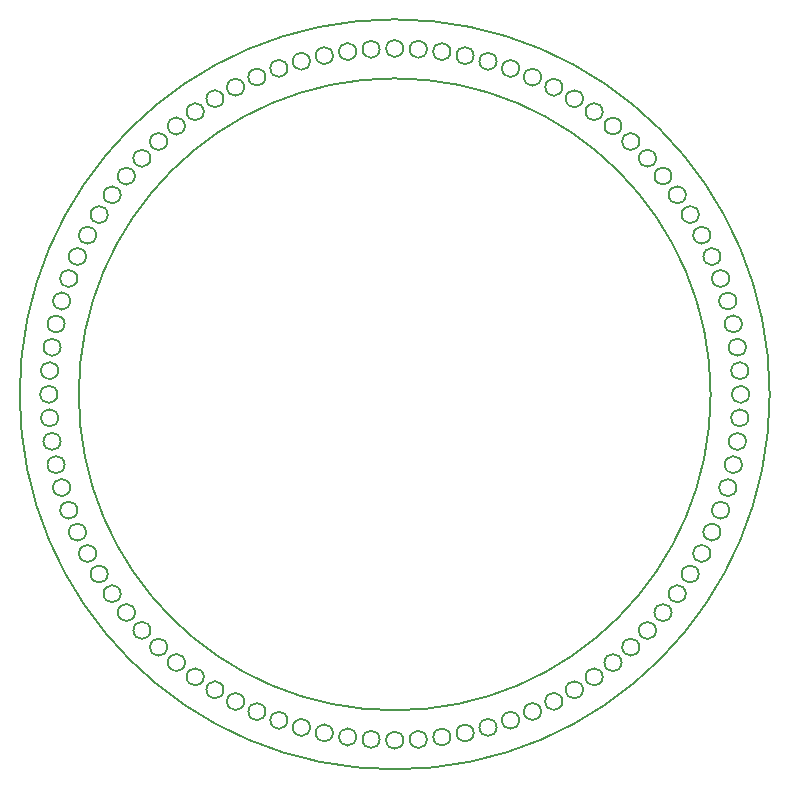
<source format=gm1>
G04 #@! TF.GenerationSoftware,KiCad,Pcbnew,(6.0.10)*
G04 #@! TF.CreationDate,2023-03-10T23:17:58+01:00*
G04 #@! TF.ProjectId,VSEncoderWheel,5653456e-636f-4646-9572-576865656c2e,rev?*
G04 #@! TF.SameCoordinates,Original*
G04 #@! TF.FileFunction,Profile,NP*
%FSLAX46Y46*%
G04 Gerber Fmt 4.6, Leading zero omitted, Abs format (unit mm)*
G04 Created by KiCad (PCBNEW (6.0.10)) date 2023-03-10 23:17:58*
%MOMM*%
%LPD*%
G01*
G04 APERTURE LIST*
G04 #@! TA.AperFunction,Profile*
%ADD10C,0.150000*%
G04 #@! TD*
G04 APERTURE END LIST*
D10*
X179737237Y-96012359D02*
G75*
G03*
X179737237Y-96012359I-725000J0D01*
G01*
X122052522Y-94041790D02*
G75*
G03*
X122052522Y-94041790I-725000J0D01*
G01*
X164198004Y-126001718D02*
G75*
G03*
X164198004Y-126001718I-725000J0D01*
G01*
X129322468Y-80011431D02*
G75*
G03*
X129322468Y-80011431I-725000J0D01*
G01*
X133836916Y-123924963D02*
G75*
G03*
X133836916Y-123924963I-725000J0D01*
G01*
X139057824Y-126860532D02*
G75*
G03*
X139057824Y-126860532I-725000J0D01*
G01*
X178319111Y-109806949D02*
G75*
G03*
X178319111Y-109806949I-725000J0D01*
G01*
X170713568Y-121402531D02*
G75*
G03*
X170713568Y-121402531I-725000J0D01*
G01*
X181750000Y-100000000D02*
G75*
G03*
X181750000Y-100000000I-31750000J0D01*
G01*
X176726718Y-113473004D02*
G75*
G03*
X176726718Y-113473004I-725000J0D01*
G01*
X173441705Y-81518589D02*
G75*
G03*
X173441705Y-81518589I-725000J0D01*
G01*
X178924032Y-107900998D02*
G75*
G03*
X178924032Y-107900998I-725000J0D01*
G01*
X152723479Y-70783270D02*
G75*
G03*
X152723479Y-70783270I-725000J0D01*
G01*
X121508270Y-101998479D02*
G75*
G03*
X121508270Y-101998479I-725000J0D01*
G01*
X178924032Y-92099001D02*
G75*
G03*
X178924032Y-92099001I-725000J0D01*
G01*
X174649963Y-83111916D02*
G75*
G03*
X174649963Y-83111916I-725000J0D01*
G01*
X167613083Y-76075036D02*
G75*
G03*
X167613083Y-76075036I-725000J0D01*
G01*
X122525967Y-107900998D02*
G75*
G03*
X122525967Y-107900998I-725000J0D01*
G01*
X160531949Y-72405888D02*
G75*
G03*
X160531949Y-72405888I-725000J0D01*
G01*
X179941729Y-101998479D02*
G75*
G03*
X179941729Y-101998479I-725000J0D01*
G01*
X126800036Y-83111916D02*
G75*
G03*
X126800036Y-83111916I-725000J0D01*
G01*
X121712762Y-103987640D02*
G75*
G03*
X121712762Y-103987640I-725000J0D01*
G01*
X135508984Y-125021672D02*
G75*
G03*
X135508984Y-125021672I-725000J0D01*
G01*
X129322468Y-119988568D02*
G75*
G03*
X129322468Y-119988568I-725000J0D01*
G01*
X124723281Y-86526995D02*
G75*
G03*
X124723281Y-86526995I-725000J0D01*
G01*
X123130888Y-109806949D02*
G75*
G03*
X123130888Y-109806949I-725000J0D01*
G01*
X130736431Y-78597468D02*
G75*
G03*
X130736431Y-78597468I-725000J0D01*
G01*
X150725000Y-70715000D02*
G75*
G03*
X150725000Y-70715000I-725000J0D01*
G01*
X179941729Y-98001520D02*
G75*
G03*
X179941729Y-98001520I-725000J0D01*
G01*
X156683209Y-128672477D02*
G75*
G03*
X156683209Y-128672477I-725000J0D01*
G01*
X177585532Y-111667175D02*
G75*
G03*
X177585532Y-111667175I-725000J0D01*
G01*
X128008294Y-118481410D02*
G75*
G03*
X128008294Y-118481410I-725000J0D01*
G01*
X121508270Y-98001520D02*
G75*
G03*
X121508270Y-98001520I-725000J0D01*
G01*
X176750000Y-100000000D02*
G75*
G03*
X176750000Y-100000000I-26750000J0D01*
G01*
X174649963Y-116888083D02*
G75*
G03*
X174649963Y-116888083I-725000J0D01*
G01*
X142824001Y-71800967D02*
G75*
G03*
X142824001Y-71800967I-725000J0D01*
G01*
X156683209Y-71327522D02*
G75*
G03*
X156683209Y-71327522I-725000J0D01*
G01*
X123130888Y-90193050D02*
G75*
G03*
X123130888Y-90193050I-725000J0D01*
G01*
X140918050Y-72405888D02*
G75*
G03*
X140918050Y-72405888I-725000J0D01*
G01*
X132243589Y-77283294D02*
G75*
G03*
X132243589Y-77283294I-725000J0D01*
G01*
X122052522Y-105958209D02*
G75*
G03*
X122052522Y-105958209I-725000J0D01*
G01*
X169206410Y-77283294D02*
G75*
G03*
X169206410Y-77283294I-725000J0D01*
G01*
X162392175Y-126860532D02*
G75*
G03*
X162392175Y-126860532I-725000J0D01*
G01*
X158625998Y-128199032D02*
G75*
G03*
X158625998Y-128199032I-725000J0D01*
G01*
X121440000Y-100000000D02*
G75*
G03*
X121440000Y-100000000I-725000J0D01*
G01*
X144766790Y-71327522D02*
G75*
G03*
X144766790Y-71327522I-725000J0D01*
G01*
X154712640Y-70987762D02*
G75*
G03*
X154712640Y-70987762I-725000J0D01*
G01*
X172127531Y-119988568D02*
G75*
G03*
X172127531Y-119988568I-725000J0D01*
G01*
X144766790Y-128672477D02*
G75*
G03*
X144766790Y-128672477I-725000J0D01*
G01*
X146737359Y-129012237D02*
G75*
G03*
X146737359Y-129012237I-725000J0D01*
G01*
X179397477Y-94041790D02*
G75*
G03*
X179397477Y-94041790I-725000J0D01*
G01*
X180010000Y-100000000D02*
G75*
G03*
X180010000Y-100000000I-725000J0D01*
G01*
X158625998Y-71800967D02*
G75*
G03*
X158625998Y-71800967I-725000J0D01*
G01*
X154712640Y-129012237D02*
G75*
G03*
X154712640Y-129012237I-725000J0D01*
G01*
X179397477Y-105958209D02*
G75*
G03*
X179397477Y-105958209I-725000J0D01*
G01*
X175746672Y-115216015D02*
G75*
G03*
X175746672Y-115216015I-725000J0D01*
G01*
X173441705Y-118481410D02*
G75*
G03*
X173441705Y-118481410I-725000J0D01*
G01*
X122525967Y-92099001D02*
G75*
G03*
X122525967Y-92099001I-725000J0D01*
G01*
X176726718Y-86526995D02*
G75*
G03*
X176726718Y-86526995I-725000J0D01*
G01*
X164198004Y-73998281D02*
G75*
G03*
X164198004Y-73998281I-725000J0D01*
G01*
X139057824Y-73139467D02*
G75*
G03*
X139057824Y-73139467I-725000J0D01*
G01*
X137251995Y-73998281D02*
G75*
G03*
X137251995Y-73998281I-725000J0D01*
G01*
X135508984Y-74978327D02*
G75*
G03*
X135508984Y-74978327I-725000J0D01*
G01*
X126800036Y-116888083D02*
G75*
G03*
X126800036Y-116888083I-725000J0D01*
G01*
X128008294Y-81518589D02*
G75*
G03*
X128008294Y-81518589I-725000J0D01*
G01*
X142824001Y-128199032D02*
G75*
G03*
X142824001Y-128199032I-725000J0D01*
G01*
X123864467Y-88332824D02*
G75*
G03*
X123864467Y-88332824I-725000J0D01*
G01*
X124723281Y-113473004D02*
G75*
G03*
X124723281Y-113473004I-725000J0D01*
G01*
X123864467Y-111667175D02*
G75*
G03*
X123864467Y-111667175I-725000J0D01*
G01*
X146737359Y-70987762D02*
G75*
G03*
X146737359Y-70987762I-725000J0D01*
G01*
X132243589Y-122716705D02*
G75*
G03*
X132243589Y-122716705I-725000J0D01*
G01*
X125703327Y-115216015D02*
G75*
G03*
X125703327Y-115216015I-725000J0D01*
G01*
X160531949Y-127594111D02*
G75*
G03*
X160531949Y-127594111I-725000J0D01*
G01*
X125703327Y-84783984D02*
G75*
G03*
X125703327Y-84783984I-725000J0D01*
G01*
X172127531Y-80011431D02*
G75*
G03*
X172127531Y-80011431I-725000J0D01*
G01*
X178319111Y-90193050D02*
G75*
G03*
X178319111Y-90193050I-725000J0D01*
G01*
X179737237Y-103987640D02*
G75*
G03*
X179737237Y-103987640I-725000J0D01*
G01*
X165941015Y-74978327D02*
G75*
G03*
X165941015Y-74978327I-725000J0D01*
G01*
X130736431Y-121402531D02*
G75*
G03*
X130736431Y-121402531I-725000J0D01*
G01*
X169206410Y-122716705D02*
G75*
G03*
X169206410Y-122716705I-725000J0D01*
G01*
X137251995Y-126001718D02*
G75*
G03*
X137251995Y-126001718I-725000J0D01*
G01*
X170713568Y-78597468D02*
G75*
G03*
X170713568Y-78597468I-725000J0D01*
G01*
X177585532Y-88332824D02*
G75*
G03*
X177585532Y-88332824I-725000J0D01*
G01*
X148726520Y-129216729D02*
G75*
G03*
X148726520Y-129216729I-725000J0D01*
G01*
X167613083Y-123924963D02*
G75*
G03*
X167613083Y-123924963I-725000J0D01*
G01*
X133836916Y-76075036D02*
G75*
G03*
X133836916Y-76075036I-725000J0D01*
G01*
X162392175Y-73139467D02*
G75*
G03*
X162392175Y-73139467I-725000J0D01*
G01*
X121712762Y-96012359D02*
G75*
G03*
X121712762Y-96012359I-725000J0D01*
G01*
X175746672Y-84783984D02*
G75*
G03*
X175746672Y-84783984I-725000J0D01*
G01*
X140918050Y-127594111D02*
G75*
G03*
X140918050Y-127594111I-725000J0D01*
G01*
X148726520Y-70783270D02*
G75*
G03*
X148726520Y-70783270I-725000J0D01*
G01*
X150725000Y-129285000D02*
G75*
G03*
X150725000Y-129285000I-725000J0D01*
G01*
X165941015Y-125021672D02*
G75*
G03*
X165941015Y-125021672I-725000J0D01*
G01*
X152723479Y-129216729D02*
G75*
G03*
X152723479Y-129216729I-725000J0D01*
G01*
M02*

</source>
